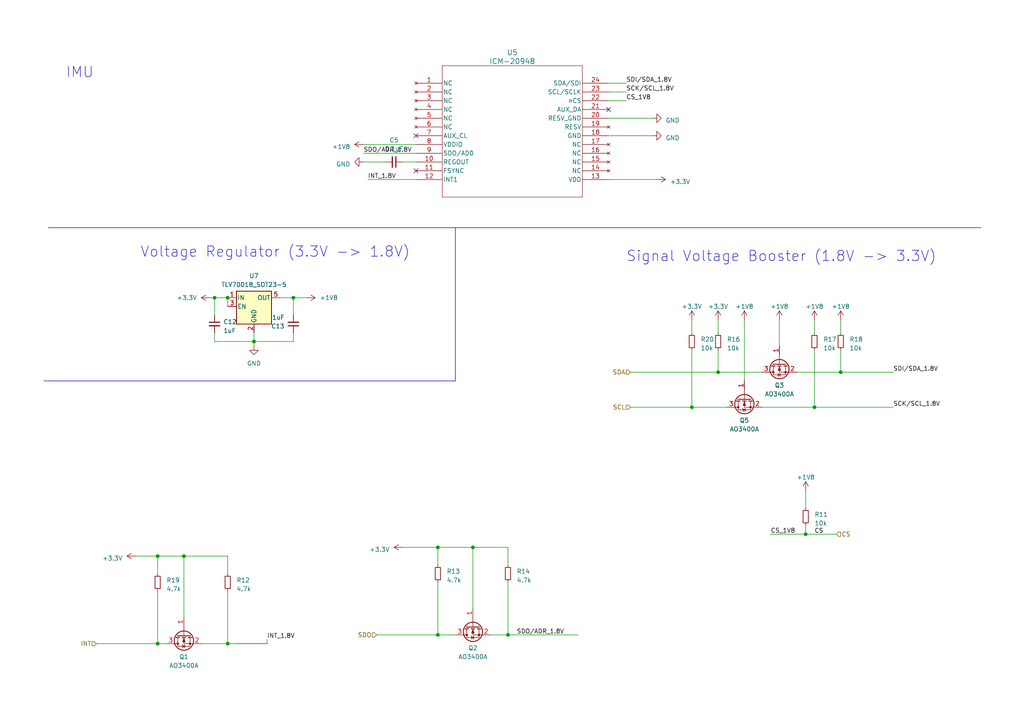
<source format=kicad_sch>
(kicad_sch (version 20231120) (generator "eeschema") (generator_version "8.0")
  (paper "A4")
  (lib_symbols
    (symbol "2024-04-08_16-02-01:ICM-20948" (pin_names (offset 0.254))
      (property "Reference" "U5" (at 27.94 8.89 0))
      (property "Value" "ICM-20948" (at 27.94 6.35 0))
      (symbol "ICM-20948_0_1"
        (polyline (pts (xy 7.62 -33.02) (xy 48.26 -33.02)) (stroke (width 0.127)))
        (polyline (pts (xy 7.62 5.08) (xy 7.62 -33.02)) (stroke (width 0.127)))
        (polyline (pts (xy 48.26 -33.02) (xy 48.26 5.08)) (stroke (width 0.127)))
        (polyline (pts (xy 48.26 5.08) (xy 7.62 5.08)) (stroke (width 0.127)))
        (pin no_connect line (at 0 0 0) (length 7.62) (name "NC") (number "1"))
        (pin output line (at 0 -22.86 0) (length 7.62) (name "REGOUT") (number "10"))
        (pin input line (at 0 -25.4 0) (length 7.62) (name "FSYNC") (number "11"))
        (pin output line (at 0 -27.94 0) (length 7.62) (name "INT1") (number "12"))
        (pin power_in line (at 55.88 -27.94 180) (length 7.62) (name "VDD") (number "13"))
        (pin no_connect line (at 55.88 -25.4 180) (length 7.62) (name "NC") (number "14"))
        (pin no_connect line (at 55.88 -22.86 180) (length 7.62) (name "NC") (number "15"))
        (pin no_connect line (at 55.88 -20.32 180) (length 7.62) (name "NC") (number "16"))
        (pin no_connect line (at 55.88 -17.78 180) (length 7.62) (name "NC") (number "17"))
        (pin no_connect line (at 55.88 -12.7 180) (length 7.62) (name "RESV") (number "19"))
        (pin no_connect line (at 0 -2.54 0) (length 7.62) (name "NC") (number "2"))
        (pin unspecified line (at 55.88 -7.62 180) (length 7.62) (name "AUX_DA") (number "21"))
        (pin input line (at 55.88 -5.08 180) (length 7.62) (name "nCS") (number "22"))
        (pin input line (at 55.88 -2.54 180) (length 7.62) (name "SCL/SCLK") (number "23"))
        (pin input line (at 55.88 0 180) (length 7.62) (name "SDA/SDI") (number "24"))
        (pin no_connect line (at 0 -5.08 0) (length 7.62) (name "NC") (number "3"))
        (pin no_connect line (at 0 -7.62 0) (length 7.62) (name "NC") (number "4"))
        (pin no_connect line (at 0 -10.16 0) (length 7.62) (name "NC") (number "5"))
        (pin no_connect line (at 0 -12.7 0) (length 7.62) (name "NC") (number "6"))
        (pin unspecified line (at 0 -15.24 0) (length 7.62) (name "AUX_CL") (number "7"))
        (pin power_in line (at 0 -17.78 0) (length 7.62) (name "VDDIO") (number "8"))
        (pin bidirectional line (at 0 -20.32 0) (length 7.62) (name "SDO/AD0") (number "9"))
      )
      (symbol "ICM-20948_1_1"
        (pin input line (at 55.88 -15.24 180) (length 7.62) (name "GND") (number "18"))
        (pin input line (at 55.88 -10.16 180) (length 7.62) (name "RESV_GND") (number "20"))
      )
    )
    (symbol "Device:C_Small" (pin_numbers hide) (pin_names (offset 0.254) hide)
      (property "Reference" "C" (at 0.254 1.778 0))
      (property "Value" "C_Small" (at 0.254 -2.032 0))
      (symbol "C_Small_0_1"
        (polyline (pts (xy -1.524 -0.508) (xy 1.524 -0.508)) (stroke (width 0.3302)))
        (polyline (pts (xy -1.524 0.508) (xy 1.524 0.508)) (stroke (width 0.3048)))
      )
      (symbol "C_Small_1_1"
        (pin passive line (at 0 2.54 270) (length 2.032) (name "~") (number "1"))
        (pin passive line (at 0 -2.54 90) (length 2.032) (name "~") (number "2"))
      )
    )
    (symbol "Device:R_Small" (pin_numbers hide) (pin_names (offset 0.254) hide)
      (property "Reference" "R" (at 0.762 0.508 0))
      (property "Value" "R_Small" (at 0.762 -1.016 0))
      (symbol "R_Small_0_1"
        (rectangle (start -0.762 1.778) (end 0.762 -1.778) (stroke (width 0.2032)))
      )
      (symbol "R_Small_1_1"
        (pin passive line (at 0 2.54 270) (length 0.762) (name "~") (number "1"))
        (pin passive line (at 0 -2.54 90) (length 0.762) (name "~") (number "2"))
      )
    )
    (symbol "Regulator_Linear:TLV70018_SOT23-5" (pin_names (offset 0.254))
      (property "Reference" "U" (at -3.81 5.715 0))
      (property "Value" "TLV70018_SOT23-5" (at 0 5.715 0))
      (symbol "TLV70018_SOT23-5_0_1"
        (rectangle (start -5.08 4.445) (end 5.08 -5.08) (stroke (width 0.254)) (fill (type background)))
      )
      (symbol "TLV70018_SOT23-5_1_1"
        (pin power_in line (at -7.62 2.54 0) (length 2.54) (name "IN") (number "1"))
        (pin power_in line (at 0 -7.62 90) (length 2.54) (name "GND") (number "2"))
        (pin input line (at -7.62 0 0) (length 2.54) (name "EN") (number "3"))
        (pin no_connect line (at 5.08 0 180) (length 2.54) hide (name "NC") (number "4"))
        (pin power_out line (at 7.62 2.54 180) (length 2.54) (name "OUT") (number "5"))
      )
    )
    (symbol "Transistor_FET:AO3400A" (pin_names hide)
      (property "Reference" "Q" (at 5.08 1.905 0))
      (property "Value" "AO3400A" (at 5.08 0 0))
      (symbol "AO3400A_0_1"
        (polyline (pts (xy 0.254 0) (xy -2.54 0)))
        (polyline (pts (xy 0.254 1.905) (xy 0.254 -1.905)) (stroke (width 0.254)))
        (polyline (pts (xy 0.762 -1.27) (xy 0.762 -2.286)) (stroke (width 0.254)))
        (polyline (pts (xy 0.762 0.508) (xy 0.762 -0.508)) (stroke (width 0.254)))
        (polyline (pts (xy 0.762 2.286) (xy 0.762 1.27)) (stroke (width 0.254)))
        (polyline (pts (xy 2.54 2.54) (xy 2.54 1.778)))
        (polyline (pts (xy 2.54 -2.54) (xy 2.54 0) (xy 0.762 0)))
        (polyline (pts (xy 0.762 -1.778) (xy 3.302 -1.778) (xy 3.302 1.778) (xy 0.762 1.778)))
        (polyline (pts (xy 1.016 0) (xy 2.032 0.381) (xy 2.032 -0.381) (xy 1.016 0)) (fill (type outline)))
        (polyline (pts (xy 2.794 0.508) (xy 2.921 0.381) (xy 3.683 0.381) (xy 3.81 0.254)))
        (polyline (pts (xy 3.302 0.381) (xy 2.921 -0.254) (xy 3.683 -0.254) (xy 3.302 0.381)))
        (circle (center 1.651 0) (radius 2.794) (stroke (width 0.254)))
        (circle (center 2.54 -1.778) (radius 0.254) (fill (type outline)))
        (circle (center 2.54 1.778) (radius 0.254) (fill (type outline)))
      )
      (symbol "AO3400A_1_1"
        (pin input line (at -5.08 0 0) (length 2.54) (name "G") (number "1"))
        (pin passive line (at 2.54 -5.08 90) (length 2.54) (name "S") (number "2"))
        (pin passive line (at 2.54 5.08 270) (length 2.54) (name "D") (number "3"))
      )
    )
    (symbol "power:+1V8" (power) (pin_names (offset 0))
      (property "Value" "+1V8" (at 0 3.556 0))
      (symbol "+1V8_0_1"
        (polyline (pts (xy -0.762 1.27) (xy 0 2.54)))
        (polyline (pts (xy 0 0) (xy 0 2.54)))
        (polyline (pts (xy 0 2.54) (xy 0.762 1.27)))
      )
      (symbol "+1V8_1_1"
        (pin power_in line (at 0 0 90) (length 0) hide (name "+1V8") (number "1"))
      )
    )
    (symbol "power:+3.3V" (power) (pin_names (offset 0))
      (property "Value" "+3.3V" (at 0 3.556 0))
      (symbol "+3.3V_0_1"
        (polyline (pts (xy -0.762 1.27) (xy 0 2.54)))
        (polyline (pts (xy 0 0) (xy 0 2.54)))
        (polyline (pts (xy 0 2.54) (xy 0.762 1.27)))
      )
      (symbol "+3.3V_1_1"
        (pin power_in line (at 0 0 90) (length 0) hide (name "+3.3V") (number "1"))
      )
    )
    (symbol "power:GND" (power) (pin_names (offset 0))
      (property "Value" "GND" (at 0 -3.81 0))
      (symbol "GND_0_1"
        (polyline (pts (xy 0 0) (xy 0 -1.27) (xy 1.27 -1.27) (xy 0 -2.54) (xy -1.27 -1.27) (xy 0 -1.27)))
      )
      (symbol "GND_1_1"
        (pin power_in line (at 0 0 270) (length 0) hide (name "GND") (number "1"))
      )
    )
  )
  (junction (at 147.32 184.15))
  (junction (at 66.04 186.69))
  (junction (at 73.66 99.06))
  (junction (at 200.66 118.11))
  (junction (at 243.84 107.95))
  (junction (at 208.28 107.95))
  (junction (at 85.09 86.36))
  (junction (at 127 184.15))
  (junction (at 45.72 161.29))
  (junction (at 127 158.75))
  (junction (at 137.16 158.75))
  (junction (at 66.04 86.36))
  (junction (at 236.22 118.11))
  (junction (at 62.23 86.36))
  (junction (at 53.34 161.29))
  (junction (at 233.68 154.94))
  (junction (at 45.72 186.69))
  (no_connect (at 120.65 39.37))
  (no_connect (at 120.65 49.53))
  (no_connect (at 176.53 31.75))
  (wire (pts (xy 45.72 186.69) (xy 27.94 186.69)) (stroke (width 0.1524)))
  (wire (pts (xy 132.08 184.15) (xy 127 184.15)) (stroke (width 0.1524)))
  (wire (pts (xy 66.04 186.69) (xy 77.47 186.69)) (stroke (width 0.1524)))
  (wire (pts (xy 243.84 95.25) (xy 243.84 92.71)) (stroke (width 0.1524)))
  (wire (pts (xy 236.22 101.6) (xy 236.22 105.41)))
  (wire (pts (xy 45.72 171.45) (xy 45.72 186.69)) (stroke (width 0.1524)))
  (wire (pts (xy 53.34 161.29) (xy 53.34 179.07)))
  (wire (pts (xy 176.53 26.67) (xy 181.61 26.67)))
  (wire (pts (xy 208.28 107.95) (xy 182.88 107.95)) (stroke (width 0.1524)))
  (wire (pts (xy 62.23 96.52) (xy 62.23 99.06)))
  (wire (pts (xy 223.52 154.94) (xy 233.68 154.94)))
  (wire (pts (xy 236.22 154.94) (xy 242.57 154.94)) (stroke (width 0.1524)))
  (wire (pts (xy 127 184.15) (xy 109.22 184.15)) (stroke (width 0.1524)))
  (wire (pts (xy 215.9 93.98) (xy 215.9 110.49)))
  (wire (pts (xy 73.66 99.06) (xy 73.66 100.33)))
  (wire (pts (xy 200.66 92.71) (xy 200.66 96.52)) (stroke (width 0.1524)))
  (wire (pts (xy 137.16 158.75) (xy 137.16 176.53)))
  (wire (pts (xy 116.84 46.99) (xy 120.65 46.99)))
  (wire (pts (xy 81.28 86.36) (xy 85.09 86.36)))
  (wire (pts (xy 243.84 101.6) (xy 243.84 107.95)) (stroke (width 0.1524)))
  (wire (pts (xy 116.84 158.75) (xy 127 158.75)))
  (wire (pts (xy 85.09 86.36) (xy 88.9 86.36)))
  (wire (pts (xy 45.72 161.29) (xy 53.34 161.29)))
  (wire (pts (xy 147.32 184.15) (xy 167.64 184.15)) (stroke (width 0.1524)))
  (wire (pts (xy 66.04 186.69) (xy 58.42 186.69)) (stroke (width 0.1524)))
  (wire (pts (xy 127 168.91) (xy 127 184.15)) (stroke (width 0.1524)))
  (wire (pts (xy 66.04 161.29) (xy 66.04 166.37)) (stroke (width 0.1524)))
  (wire (pts (xy 127 158.75) (xy 137.16 158.75)))
  (polyline (pts (xy 12.7 110.49) (xy 132.08 110.49)))
  (wire (pts (xy 48.26 186.69) (xy 45.72 186.69)) (stroke (width 0.1524)))
  (wire (pts (xy 236.22 95.25) (xy 236.22 92.71)) (stroke (width 0.1524)))
  (wire (pts (xy 236.22 105.41) (xy 236.22 118.11)) (stroke (width 0.1524)))
  (wire (pts (xy 105.41 46.99) (xy 111.76 46.99)))
  (wire (pts (xy 233.68 152.4) (xy 233.68 154.94)))
  (wire (pts (xy 176.53 29.21) (xy 181.61 29.21)))
  (wire (pts (xy 220.98 107.95) (xy 208.28 107.95)) (stroke (width 0.1524)))
  (wire (pts (xy 215.9 93.98) (xy 215.9 92.71)) (stroke (width 0.1524)))
  (wire (pts (xy 105.41 41.91) (xy 120.65 41.91)))
  (wire (pts (xy 176.53 39.37) (xy 189.23 39.37)))
  (polyline (pts (xy 13.97 66.04) (xy 284.48 66.04)))
  (wire (pts (xy 127 158.75) (xy 127 163.83)) (stroke (width 0.1524)))
  (wire (pts (xy 226.06 92.71) (xy 226.06 100.33)))
  (wire (pts (xy 200.66 101.6) (xy 200.66 118.11)) (stroke (width 0.1524)))
  (wire (pts (xy 85.09 86.36) (xy 85.09 91.44)))
  (wire (pts (xy 147.32 168.91) (xy 147.32 184.15)) (stroke (width 0.1524)))
  (wire (pts (xy 208.28 101.6) (xy 208.28 107.95)) (stroke (width 0.1524)))
  (wire (pts (xy 66.04 171.45) (xy 66.04 186.69)) (stroke (width 0.1524)))
  (wire (pts (xy 62.23 99.06) (xy 73.66 99.06)))
  (wire (pts (xy 208.28 92.71) (xy 208.28 96.52)) (stroke (width 0.1524)))
  (wire (pts (xy 236.22 118.11) (xy 259.08 118.11)) (stroke (width 0.1524)))
  (wire (pts (xy 62.23 86.36) (xy 62.23 91.44)))
  (wire (pts (xy 77.47 185.42) (xy 77.47 186.69)))
  (wire (pts (xy 73.66 96.52) (xy 73.66 99.06)))
  (wire (pts (xy 220.98 118.11) (xy 236.22 118.11)) (stroke (width 0.1524)))
  (wire (pts (xy 39.37 161.29) (xy 45.72 161.29)))
  (wire (pts (xy 66.04 86.36) (xy 66.04 88.9)))
  (wire (pts (xy 176.53 52.07) (xy 190.5 52.07)))
  (wire (pts (xy 147.32 184.15) (xy 142.24 184.15)) (stroke (width 0.1524)))
  (wire (pts (xy 233.68 142.24) (xy 233.68 147.32)) (stroke (width 0.1524)))
  (wire (pts (xy 77.47 186.69) (xy 68.58 186.69)))
  (wire (pts (xy 200.66 118.11) (xy 182.88 118.11)) (stroke (width 0.1524)))
  (wire (pts (xy 105.41 44.45) (xy 120.65 44.45)))
  (wire (pts (xy 236.22 96.52) (xy 236.22 95.25)))
  (wire (pts (xy 176.53 34.29) (xy 189.23 34.29)))
  (wire (pts (xy 243.84 107.95) (xy 259.08 107.95)) (stroke (width 0.1524)))
  (wire (pts (xy 45.72 161.29) (xy 45.72 166.37)) (stroke (width 0.1524)))
  (wire (pts (xy 60.96 86.36) (xy 62.23 86.36)))
  (wire (pts (xy 233.68 154.94) (xy 236.22 154.94)))
  (wire (pts (xy 231.14 107.95) (xy 243.84 107.95)) (stroke (width 0.1524)))
  (wire (pts (xy 147.32 158.75) (xy 147.32 163.83)) (stroke (width 0.1524)))
  (wire (pts (xy 210.82 118.11) (xy 200.66 118.11)) (stroke (width 0.1524)))
  (wire (pts (xy 73.66 99.06) (xy 85.09 99.06)))
  (wire (pts (xy 137.16 158.75) (xy 147.32 158.75)))
  (wire (pts (xy 106.68 52.07) (xy 120.65 52.07)))
  (wire (pts (xy 176.53 24.13) (xy 181.61 24.13)))
  (wire (pts (xy 62.23 86.36) (xy 66.04 86.36)))
  (wire (pts (xy 85.09 99.06) (xy 85.09 96.52)))
  (wire (pts (xy 53.34 161.29) (xy 66.04 161.29)))
  (wire (pts (xy 243.84 95.25) (xy 243.84 96.52)))
  (polyline (pts (xy 132.08 66.04) (xy 132.08 110.49)))
  (text "IMU" (at 19.05 22.86 0) (effects (font (size 3 3)) (justify left bottom)))
  (text "Signal Voltage Booster (1.8V -> 3.3V)" (at 181.61 76.2 0) (effects (font (size 3 3)) (justify left bottom)))
  (text "Voltage Regulator (3.3V -> 1.8V)" (at 40.64 74.93 0) (effects (font (size 3 3)) (justify left bottom)))
  (label "CS_1V8" (at 181.61 29.21 0))
  (label "SDI/SDA_1.8V" (at 259.08 107.95 0) (effects (font (size 1.2446 1.2446))))
  (label "INT_1.8V" (at 77.47 185.42 0) (effects (font (size 1.2446 1.2446))))
  (label "CS" (at 236.22 154.94 0) (effects (font (size 1.2446 1.2446))))
  (label "CS_1V8" (at 223.52 154.94 0))
  (label "SDI{slash}SDA_1.8V" (at 181.61 24.13 0))
  (label "SCK{slash}SCL_1.8V" (at 181.61 26.67 0))
  (label "SDO{slash}ADR_1.8V" (at 105.41 44.45 0))
  (label "SDO/ADR_1.8V" (at 149.86 184.15 0) (effects (font (size 1.2446 1.2446))))
  (label "INT_1.8V" (at 106.68 52.07 0))
  (label "SCK/SCL_1.8V" (at 259.08 118.11 0) (effects (font (size 1.2446 1.2446))))
  (hierarchical_label "SDO" (shape input) (at 109.22 184.15 180))
  (hierarchical_label "SCL" (shape input) (at 182.88 118.11 180))
  (hierarchical_label "SDA" (shape input) (at 182.88 107.95 180))
  (hierarchical_label "INT" (shape input) (at 27.94 186.69 180))
  (hierarchical_label "CS" (shape input) (at 242.57 154.94 0))
  (symbol (lib_id "Device:R_Small") (at 208.28 99.06 0) (unit 1)
    (property "Reference" "R16" (at 210.82 98.425 0) (effects (justify left)))
    (property "Value" "10k" (at 210.82 100.965 0) (effects (justify left)))
    (property "Footprint" "Resistor_SMD:R_0805_2012Metric" (effects (hide yes)))
    (property "LCSC" "C17414" (effects (hide yes)))
  )
  (symbol (lib_id "Device:R_Small") (at 200.66 99.06 0) (unit 1)
    (property "Reference" "R20" (at 203.2 98.425 0) (effects (justify left)))
    (property "Value" "10k" (at 203.2 100.965 0) (effects (justify left)))
    (property "Footprint" "Resistor_SMD:R_0805_2012Metric" (effects (hide yes)))
    (property "LCSC" "C17414" (effects (hide yes)))
  )
  (symbol (lib_id "Device:C_Small") (at 62.23 93.98 0) (unit 1)
    (property "Reference" "C12" (at 64.77 93.3513 0) (effects (justify left)))
    (property "Value" "1uF" (at 64.77 95.8913 0) (effects (justify left)))
    (property "Footprint" "Capacitor_SMD:C_0805_2012Metric" (effects (hide yes)))
    (property "LCSC" "C28323" (effects (hide yes)))
  )
  (symbol (lib_id "Device:R_Small") (at 127 166.37 0) (unit 1)
    (property "Reference" "R13" (at 129.54 165.735 0) (effects (justify left)))
    (property "Value" "4.7k" (at 129.54 168.275 0) (effects (justify left)))
    (property "Footprint" "Resistor_SMD:R_0805_2012Metric" (effects (hide yes)))
    (property "LCSC" "C17673" (effects (hide yes)))
  )
  (symbol (lib_id "power:+3.3V") (at 208.28 92.71 0) (unit 1)
    (property "Reference" "#PWR038" (effects (hide yes)))
    (property "Value" "+3.3V" (at 208.28 88.9 0))
  )
  (symbol (lib_id "Device:R_Small") (at 66.04 168.91 0) (unit 1)
    (property "Reference" "R12" (at 68.58 168.275 0) (effects (justify left)))
    (property "Value" "4.7k" (at 68.58 170.815 0) (effects (justify left)))
    (property "Footprint" "Resistor_SMD:R_0805_2012Metric" (effects (hide yes)))
    (property "LCSC" "C17673" (effects (hide yes)))
  )
  (symbol (lib_id "power:+3.3V") (at 60.96 86.36 90) (unit 1)
    (property "Reference" "#PWR01" (effects (hide yes)))
    (property "Value" "+3.3V" (at 57.15 86.36 90) (effects (justify left)))
  )
  (symbol (lib_id "Device:R_Small") (at 233.68 149.86 0) (unit 1)
    (property "Reference" "R11" (at 236.22 149.225 0) (effects (justify left)))
    (property "Value" "10k" (at 236.22 151.765 0) (effects (justify left)))
    (property "Footprint" "Resistor_SMD:R_0805_2012Metric" (effects (hide yes)))
    (property "LCSC" "C17414" (effects (hide yes)))
  )
  (symbol (lib_id "Device:R_Small") (at 147.32 166.37 0) (unit 1)
    (property "Reference" "R14" (at 149.86 165.735 0) (effects (justify left)))
    (property "Value" "4.7k" (at 149.86 168.275 0) (effects (justify left)))
    (property "Footprint" "Resistor_SMD:R_0805_2012Metric" (effects (hide yes)))
    (property "LCSC" "C17673" (effects (hide yes)))
  )
  (symbol (lib_id "Regulator_Linear:TLV70018_SOT23-5") (at 73.66 88.9 0) (unit 1)
    (property "Reference" "U7" (at 73.66 80.01 0))
    (property "Value" "TLV70018_SOT23-5" (at 73.66 82.55 0))
    (property "Footprint" "Package_TO_SOT_SMD:SOT-23-5" (effects (hide yes)))
    (property "Datasheet" "http://www.ti.com/lit/ds/symlink/tlv700.pdf" (effects (hide yes)))
    (property "LCSC" "C79924" (effects (hide yes)))
  )
  (symbol (lib_id "power:GND") (at 105.41 46.99 270) (unit 1)
    (property "Reference" "#PWR025" (effects (hide yes)))
    (property "Value" "GND" (at 101.6 47.625 90) (effects (justify right)))
  )
  (symbol (lib_id "Transistor_FET:AO3400A") (at 53.34 184.15 90) (mirror x) (unit 1)
    (property "Reference" "Q1" (at 53.34 190.5 90))
    (property "Value" "AO3400A" (at 53.34 193.04 90))
    (property "Footprint" "Package_TO_SOT_SMD:SOT-23" (effects (hide yes)))
    (property "Datasheet" "http://www.aosmd.com/pdfs/datasheet/AO3400A.pdf" (effects (hide yes)))
    (property "LCSC" "C20917" (effects (hide yes)))
  )
  (symbol (lib_id "Device:R_Small") (at 243.84 99.06 0) (unit 1)
    (property "Reference" "R18" (at 246.38 98.425 0) (effects (justify left)))
    (property "Value" "10k" (at 246.38 100.965 0) (effects (justify left)))
    (property "Footprint" "Resistor_SMD:R_0805_2012Metric" (effects (hide yes)))
    (property "LCSC" "C17414" (effects (hide yes)))
  )
  (symbol (lib_id "Device:C_Small") (at 114.3 46.99 270) (unit 1)
    (property "Reference" "C5" (at 114.2936 40.64 90))
    (property "Value" "0.1uF" (at 114.2936 43.18 90))
    (property "Footprint" "Capacitor_SMD:C_0805_2012Metric" (effects (hide yes)))
    (property "LCSC" "C49678" (effects (hide yes)))
  )
  (symbol (lib_id "power:+3.3V") (at 39.37 161.29 90) (unit 1)
    (property "Reference" "#PWR035" (effects (hide yes)))
    (property "Value" "+3.3V" (at 35.56 161.925 90) (effects (justify left)))
  )
  (symbol (lib_id "Transistor_FET:AO3400A") (at 137.16 181.61 90) (mirror x) (unit 1)
    (property "Reference" "Q2" (at 137.16 187.96 90))
    (property "Value" "AO3400A" (at 137.16 190.5 90))
    (property "Footprint" "Package_TO_SOT_SMD:SOT-23" (effects (hide yes)))
    (property "Datasheet" "http://www.aosmd.com/pdfs/datasheet/AO3400A.pdf" (effects (hide yes)))
    (property "LCSC" "C20917" (effects (hide yes)))
  )
  (symbol (lib_id "power:+1V8") (at 88.9 86.36 270) (unit 1)
    (property "Reference" "#PWR045" (effects (hide yes)))
    (property "Value" "+1V8" (at 92.71 86.36 90) (effects (justify left)))
  )
  (symbol (lib_id "Device:R_Small") (at 45.72 168.91 0) (unit 1)
    (property "Reference" "R19" (at 48.26 168.275 0) (effects (justify left)))
    (property "Value" "4.7k" (at 48.26 170.815 0) (effects (justify left)))
    (property "Footprint" "Resistor_SMD:R_0805_2012Metric" (effects (hide yes)))
    (property "LCSC" "C17673" (effects (hide yes)))
  )
  (symbol (lib_id "power:+1V8") (at 215.9 92.71 0) (unit 1)
    (property "Reference" "#PWR039" (effects (hide yes)))
    (property "Value" "+1V8" (at 215.9 88.9 0))
  )
  (symbol (lib_id "power:+3.3V") (at 116.84 158.75 90) (unit 1)
    (property "Reference" "#PWR036" (effects (hide yes)))
    (property "Value" "+3.3V" (at 113.03 159.385 90) (effects (justify left)))
  )
  (symbol (lib_id "power:GND") (at 189.23 34.29 90) (unit 1)
    (property "Reference" "#PWR026" (effects (hide yes)))
    (property "Value" "GND" (at 193.04 34.925 90) (effects (justify right)))
  )
  (symbol (lib_id "Transistor_FET:AO3400A") (at 226.06 105.41 90) (mirror x) (unit 1)
    (property "Reference" "Q3" (at 226.06 111.76 90))
    (property "Value" "AO3400A" (at 226.06 114.3 90))
    (property "Footprint" "Package_TO_SOT_SMD:SOT-23" (effects (hide yes)))
    (property "Datasheet" "http://www.aosmd.com/pdfs/datasheet/AO3400A.pdf" (effects (hide yes)))
    (property "LCSC" "C20917" (effects (hide yes)))
  )
  (symbol (lib_id "power:+3.3V") (at 190.5 52.07 270) (unit 1)
    (property "Reference" "#PWR029" (effects (hide yes)))
    (property "Value" "+3.3V" (at 194.31 52.705 90) (effects (justify left)))
  )
  (symbol (lib_id "power:+1V8") (at 105.41 41.91 90) (unit 1)
    (property "Reference" "#PWR024" (effects (hide yes)))
    (property "Value" "+1V8" (at 101.6 42.545 90) (effects (justify left)))
  )
  (symbol (lib_id "power:GND") (at 189.23 39.37 90) (unit 1)
    (property "Reference" "#PWR027" (effects (hide yes)))
    (property "Value" "GND" (at 193.04 40.005 90) (effects (justify right)))
  )
  (symbol (lib_id "power:+3.3V") (at 200.66 92.71 0) (unit 1)
    (property "Reference" "#PWR037" (effects (hide yes)))
    (property "Value" "+3.3V" (at 200.66 88.9 0))
  )
  (symbol (lib_id "power:+1V8") (at 236.22 92.71 0) (unit 1)
    (property "Reference" "#PWR041" (effects (hide yes)))
    (property "Value" "+1V8" (at 236.22 88.9 0))
  )
  (symbol (lib_id "power:+1V8") (at 226.06 92.71 0) (unit 1)
    (property "Reference" "#PWR040" (effects (hide yes)))
    (property "Value" "+1V8" (at 226.06 88.9 0))
  )
  (symbol (lib_id "2024-04-08_16-02-01:ICM-20948") (at 120.65 24.13 0) (unit 1)
    (property "Reference" "U5" (at 148.59 15.24 0) (effects (font (size 1.524 1.524))))
    (property "Value" "ICM-20948" (at 148.59 17.78 0) (effects (font (size 1.524 1.524))))
    (property "Footprint" "local:QFN24_3X3X0P9_IVS" (effects (hide yes)))
    (property "Datasheet" "ICM-20948" (effects (hide yes)))
    (property "LCSC" "C726001" (effects (hide yes)))
  )
  (symbol (lib_id "power:+1V8") (at 243.84 92.71 0) (unit 1)
    (property "Reference" "#PWR042" (effects (hide yes)))
    (property "Value" "+1V8" (at 243.84 88.9 0))
  )
  (symbol (lib_id "power:GND") (at 73.66 100.33 0) (unit 1)
    (property "Reference" "#PWR05" (effects (hide yes)))
    (property "Value" "GND" (at 73.66 105.41 0))
  )
  (symbol (lib_id "Device:R_Small") (at 236.22 99.06 0) (unit 1)
    (property "Reference" "R17" (at 238.76 98.425 0) (effects (justify left)))
    (property "Value" "10k" (at 238.76 100.965 0) (effects (justify left)))
    (property "Footprint" "Resistor_SMD:R_0805_2012Metric" (effects (hide yes)))
    (property "LCSC" "C17414" (effects (hide yes)))
  )
  (symbol (lib_id "power:+1V8") (at 233.68 142.24 0) (unit 1)
    (property "Reference" "#PWR030" (effects (hide yes)))
    (property "Value" "+1V8" (at 233.68 138.43 0))
  )
  (symbol (lib_id "Device:C_Small") (at 85.09 93.98 180) (unit 1)
    (property "Reference" "C13" (at 82.55 94.6087 0) (effects (justify left)))
    (property "Value" "1uF" (at 82.55 92.0687 0) (effects (justify left)))
    (property "Footprint" "Capacitor_SMD:C_0805_2012Metric" (effects (hide yes)))
    (property "LCSC" "C28323" (effects (hide yes)))
  )
  (symbol (lib_id "Transistor_FET:AO3400A") (at 215.9 115.57 90) (mirror x) (unit 1)
    (property "Reference" "Q5" (at 215.9 121.92 90))
    (property "Value" "AO3400A" (at 215.9 124.46 90))
    (property "Footprint" "Package_TO_SOT_SMD:SOT-23" (effects (hide yes)))
    (property "Datasheet" "http://www.aosmd.com/pdfs/datasheet/AO3400A.pdf" (effects (hide yes)))
    (property "LCSC" "C20917" (effects (hide yes)))
  )
)
</source>
